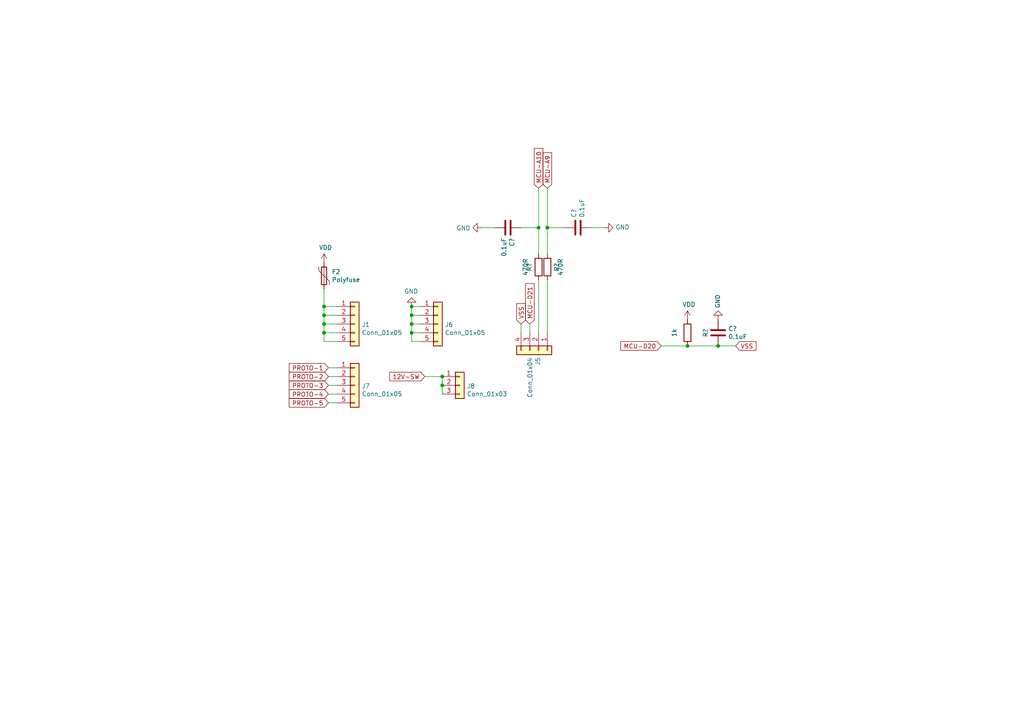
<source format=kicad_sch>
(kicad_sch (version 20250114) (generator "eeschema") (generator_version "9.0")
  (paper "A4")
  (title_block (title "0.4") (date "2021-03-27") (rev "4d") (company "Speeduino"))
  (lib_symbols
    (symbol "Connector_Generic:Conn_01x03" (pin_names (offset 1.016) (hide yes))
      (property "Reference" "J" (at 0 5.08 0))
      (property "Value" "Conn_01x03" (at 0 -5.08 0))
      (symbol "Conn_01x03_1_1"
        (rectangle (start -1.27 3.81) (end 1.27 -3.81) (stroke (width 0.254)) (fill (type background)))
        (rectangle (start -1.27 2.667) (end 0 2.413) (stroke (width 0.1524)))
        (rectangle (start -1.27 0.127) (end 0 -0.127) (stroke (width 0.1524)))
        (rectangle (start -1.27 -2.413) (end 0 -2.667) (stroke (width 0.1524)))
        (pin passive line (at -5.08 2.54 0) (length 3.81) (name "Pin_1") (number "1"))
        (pin passive line (at -5.08 0 0) (length 3.81) (name "Pin_2") (number "2"))
        (pin passive line (at -5.08 -2.54 0) (length 3.81) (name "Pin_3") (number "3"))
      )
    )
    (symbol "Connector_Generic:Conn_01x04" (pin_names (offset 1.016) (hide yes))
      (property "Reference" "J" (at 0 5.08 0))
      (property "Value" "Conn_01x04" (at 0 -7.62 0))
      (symbol "Conn_01x04_1_1"
        (rectangle (start -1.27 3.81) (end 1.27 -6.35) (stroke (width 0.254)) (fill (type background)))
        (rectangle (start -1.27 2.667) (end 0 2.413) (stroke (width 0.1524)))
        (rectangle (start -1.27 0.127) (end 0 -0.127) (stroke (width 0.1524)))
        (rectangle (start -1.27 -2.413) (end 0 -2.667) (stroke (width 0.1524)))
        (rectangle (start -1.27 -4.953) (end 0 -5.207) (stroke (width 0.1524)))
        (pin passive line (at -5.08 2.54 0) (length 3.81) (name "Pin_1") (number "1"))
        (pin passive line (at -5.08 0 0) (length 3.81) (name "Pin_2") (number "2"))
        (pin passive line (at -5.08 -2.54 0) (length 3.81) (name "Pin_3") (number "3"))
        (pin passive line (at -5.08 -5.08 0) (length 3.81) (name "Pin_4") (number "4"))
      )
    )
    (symbol "Connector_Generic:Conn_01x05" (pin_names (offset 1.016) (hide yes))
      (property "Reference" "J" (at 0 7.62 0))
      (property "Value" "Conn_01x05" (at 0 -7.62 0))
      (symbol "Conn_01x05_1_1"
        (rectangle (start -1.27 6.35) (end 1.27 -6.35) (stroke (width 0.254)) (fill (type background)))
        (rectangle (start -1.27 5.207) (end 0 4.953) (stroke (width 0.1524)))
        (rectangle (start -1.27 2.667) (end 0 2.413) (stroke (width 0.1524)))
        (rectangle (start -1.27 0.127) (end 0 -0.127) (stroke (width 0.1524)))
        (rectangle (start -1.27 -2.413) (end 0 -2.667) (stroke (width 0.1524)))
        (rectangle (start -1.27 -4.953) (end 0 -5.207) (stroke (width 0.1524)))
        (pin passive line (at -5.08 5.08 0) (length 3.81) (name "Pin_1") (number "1"))
        (pin passive line (at -5.08 2.54 0) (length 3.81) (name "Pin_2") (number "2"))
        (pin passive line (at -5.08 0 0) (length 3.81) (name "Pin_3") (number "3"))
        (pin passive line (at -5.08 -2.54 0) (length 3.81) (name "Pin_4") (number "4"))
        (pin passive line (at -5.08 -5.08 0) (length 3.81) (name "Pin_5") (number "5"))
      )
    )
    (symbol "Device:C" (pin_numbers (hide yes)) (pin_names (offset 0.254))
      (property "Reference" "C" (at 0.635 2.54 0))
      (property "Value" "C" (at 0.635 -2.54 0))
      (symbol "C_0_1"
        (polyline (pts (xy -2.032 0.762) (xy 2.032 0.762)) (stroke (width 0.508)))
        (polyline (pts (xy -2.032 -0.762) (xy 2.032 -0.762)) (stroke (width 0.508)))
      )
      (symbol "C_1_1"
        (pin passive line (at 0 3.81 270) (length 2.794) (name "~") (number "1"))
        (pin passive line (at 0 -3.81 90) (length 2.794) (name "~") (number "2"))
      )
    )
    (symbol "Device:Polyfuse" (pin_numbers (hide yes)) (pin_names (offset 0))
      (property "Reference" "F" (at -2.54 0 90))
      (property "Value" "Polyfuse" (at 2.54 0 90))
      (symbol "Polyfuse_0_1"
        (polyline (pts (xy -1.524 2.54) (xy -1.524 1.524) (xy 1.524 -1.524) (xy 1.524 -2.54)))
        (rectangle (start -0.762 2.54) (end 0.762 -2.54) (stroke (width 0.254)))
        (polyline (pts (xy 0 2.54) (xy 0 -2.54)))
      )
      (symbol "Polyfuse_1_1"
        (pin passive line (at 0 3.81 270) (length 1.27) (name "~") (number "1"))
        (pin passive line (at 0 -3.81 90) (length 1.27) (name "~") (number "2"))
      )
    )
    (symbol "Device:R" (pin_numbers (hide yes)) (pin_names (offset 0))
      (property "Reference" "R" (at 2.032 0 90))
      (property "Value" "R" (at 0 0 90))
      (symbol "R_0_1"
        (rectangle (start -1.016 -2.54) (end 1.016 2.54) (stroke (width 0.254)))
      )
      (symbol "R_1_1"
        (pin passive line (at 0 3.81 270) (length 1.27) (name "~") (number "1"))
        (pin passive line (at 0 -3.81 90) (length 1.27) (name "~") (number "2"))
      )
    )
    (symbol "power:GND" (power) (pin_numbers (hide yes)) (pin_names (offset 0) (hide yes))
      (property "Value" "GND" (at 0 -3.81 0))
      (symbol "GND_0_1"
        (polyline (pts (xy 0 0) (xy 0 -1.27) (xy 1.27 -1.27) (xy 0 -2.54) (xy -1.27 -1.27) (xy 0 -1.27)))
      )
      (symbol "GND_1_1"
        (pin power_in line (at 0 0 270) (length 0) (name "~") (number "1"))
      )
    )
    (symbol "power:VDD" (power) (pin_numbers (hide yes)) (pin_names (offset 0) (hide yes))
      (property "Value" "VDD" (at 0 3.556 0))
      (symbol "VDD_0_1"
        (polyline (pts (xy -0.762 1.27) (xy 0 2.54)))
        (polyline (pts (xy 0 2.54) (xy 0.762 1.27)))
        (polyline (pts (xy 0 0) (xy 0 2.54)))
      )
      (symbol "VDD_1_1"
        (pin power_in line (at 0 0 90) (length 0) (name "~") (number "1"))
      )
    )
  )
  (junction (at 119.38 88.9))
  (junction (at 156.21 66.04))
  (junction (at 158.75 66.04))
  (junction (at 119.38 93.98))
  (junction (at 119.38 91.44))
  (junction (at 199.39 100.33))
  (junction (at 93.98 96.52))
  (junction (at 119.38 96.52))
  (junction (at 93.98 91.44))
  (junction (at 128.27 111.76))
  (junction (at 93.98 93.98))
  (junction (at 208.28 100.33))
  (junction (at 93.98 88.9))
  (junction (at 128.27 109.22))
  (wire (pts (xy 93.98 88.9) (xy 93.98 91.44)))
  (wire (pts (xy 153.67 93.98) (xy 153.67 96.52)))
  (wire (pts (xy 119.38 93.98) (xy 121.92 93.98)))
  (wire (pts (xy 158.75 54.61) (xy 158.75 66.04)))
  (wire (pts (xy 213.36 100.33) (xy 208.28 100.33)))
  (wire (pts (xy 97.79 88.9) (xy 93.98 88.9)))
  (wire (pts (xy 119.38 88.9) (xy 121.92 88.9)))
  (wire (pts (xy 93.98 93.98) (xy 97.79 93.98)))
  (wire (pts (xy 151.13 66.04) (xy 156.21 66.04)))
  (wire (pts (xy 119.38 99.06) (xy 121.92 99.06)))
  (wire (pts (xy 158.75 81.28) (xy 158.75 96.52)))
  (wire (pts (xy 119.38 88.9) (xy 119.38 91.44)))
  (wire (pts (xy 97.79 96.52) (xy 93.98 96.52)))
  (wire (pts (xy 93.98 96.52) (xy 93.98 99.06)))
  (wire (pts (xy 199.39 100.33) (xy 191.77 100.33)))
  (wire (pts (xy 123.19 109.22) (xy 128.27 109.22)))
  (wire (pts (xy 158.75 66.04) (xy 158.75 73.66)))
  (wire (pts (xy 119.38 91.44) (xy 121.92 91.44)))
  (wire (pts (xy 119.38 96.52) (xy 121.92 96.52)))
  (wire (pts (xy 97.79 114.3) (xy 95.25 114.3)))
  (wire (pts (xy 119.38 91.44) (xy 119.38 93.98)))
  (wire (pts (xy 128.27 109.22) (xy 128.27 111.76)))
  (wire (pts (xy 97.79 99.06) (xy 93.98 99.06)))
  (wire (pts (xy 97.79 91.44) (xy 93.98 91.44)))
  (wire (pts (xy 93.98 91.44) (xy 93.98 93.98)))
  (wire (pts (xy 93.98 83.82) (xy 93.98 88.9)))
  (wire (pts (xy 163.83 66.04) (xy 158.75 66.04)))
  (wire (pts (xy 171.45 66.04) (xy 175.26 66.04)))
  (wire (pts (xy 95.25 116.84) (xy 97.79 116.84)))
  (wire (pts (xy 95.25 111.76) (xy 97.79 111.76)))
  (wire (pts (xy 143.51 66.04) (xy 139.7 66.04)))
  (wire (pts (xy 119.38 96.52) (xy 119.38 99.06)))
  (wire (pts (xy 95.25 106.68) (xy 97.79 106.68)))
  (wire (pts (xy 93.98 96.52) (xy 93.98 93.98)))
  (wire (pts (xy 208.28 100.33) (xy 199.39 100.33)))
  (wire (pts (xy 151.13 93.98) (xy 151.13 96.52)))
  (wire (pts (xy 97.79 109.22) (xy 95.25 109.22)))
  (wire (pts (xy 156.21 66.04) (xy 156.21 73.66)))
  (wire (pts (xy 156.21 81.28) (xy 156.21 96.52)))
  (wire (pts (xy 156.21 54.61) (xy 156.21 66.04)))
  (wire (pts (xy 119.38 93.98) (xy 119.38 96.52)))
  (wire (pts (xy 128.27 111.76) (xy 128.27 114.3)))
  (global_label "PROTO-5" (shape input) (at 95.25 116.84 180) (property "Intersheetrefs" "${INTERSHEET_REFS}" (effects (hide yes))))
  (global_label "MCU-A9" (shape input) (at 158.75 54.61 90) (property "Intersheetrefs" "${INTERSHEET_REFS}" (effects (hide yes))))
  (global_label "MCU-D21" (shape input) (at 153.67 93.98 90) (property "Intersheetrefs" "${INTERSHEET_REFS}" (effects (hide yes))))
  (global_label "MCU-D20" (shape input) (at 191.77 100.33 180) (property "Intersheetrefs" "${INTERSHEET_REFS}" (effects (hide yes))))
  (global_label "PROTO-2" (shape input) (at 95.25 109.22 180) (property "Intersheetrefs" "${INTERSHEET_REFS}" (effects (hide yes))))
  (global_label "MCU-A10" (shape input) (at 156.21 54.61 90) (property "Intersheetrefs" "${INTERSHEET_REFS}" (effects (hide yes))))
  (global_label "PROTO-3" (shape input) (at 95.25 111.76 180) (property "Intersheetrefs" "${INTERSHEET_REFS}" (effects (hide yes))))
  (global_label "PROTO-1" (shape input) (at 95.25 106.68 180) (property "Intersheetrefs" "${INTERSHEET_REFS}" (effects (hide yes))))
  (global_label "VSS" (shape input) (at 213.36 100.33 0) (property "Intersheetrefs" "${INTERSHEET_REFS}" (effects (hide yes))))
  (global_label "VSS" (shape input) (at 151.13 93.98 90) (property "Intersheetrefs" "${INTERSHEET_REFS}" (effects (hide yes))))
  (global_label "12V-SW" (shape input) (at 123.19 109.22 180) (property "Intersheetrefs" "${INTERSHEET_REFS}" (effects (hide yes))))
  (global_label "PROTO-4" (shape input) (at 95.25 114.3 180) (property "Intersheetrefs" "${INTERSHEET_REFS}" (effects (hide yes))))
  (symbol (lib_id "Connector_Generic:Conn_01x05") (at 102.87 93.98 0) (unit 1)
    (property "Reference" "J1" (at 104.902 94.1832 0) (effects (justify left)))
    (property "Value" "Conn_01x05" (at 104.902 96.4946 0) (effects (justify left)))
    (property "Footprint" "Connector_PinHeader_2.54mm:PinHeader_1x05_P2.54mm_Vertical" (effects (hide yes)))
  )
  (symbol (lib_id "Connector_Generic:Conn_01x05") (at 127 93.98 0) (unit 1)
    (property "Reference" "J6" (at 129.032 94.1832 0) (effects (justify left)))
    (property "Value" "Conn_01x05" (at 129.032 96.4946 0) (effects (justify left)))
    (property "Footprint" "Connector_PinHeader_2.54mm:PinHeader_1x05_P2.54mm_Vertical" (effects (hide yes)))
  )
  (symbol (lib_id "power:GND") (at 119.38 88.9 180) (unit 1)
    (property "Reference" "#PWR072" (effects (hide yes)))
    (property "Value" "GND" (at 119.253 84.5058 0))
  )
  (symbol (lib_id "Connector_Generic:Conn_01x04") (at 156.21 101.6 270) (unit 1)
    (property "Reference" "J5" (at 156.0068 103.632 0) (effects (justify left)))
    (property "Value" "Conn_01x04" (at 153.6954 103.632 0) (effects (justify left)))
    (property "Footprint" "Connector_PinHeader_2.54mm:PinHeader_1x04_P2.54mm_Vertical" (effects (hide yes)))
  )
  (symbol (lib_id "Device:R") (at 158.75 77.47 0) (unit 1)
    (property "Reference" "R63" (at 153.4922 77.47 90))
    (property "Value" "470R" (at 162.56 77.47 90))
    (property "Footprint" "Resistor_SMD:R_0805_2012Metric" (effects (hide yes)))
    (property "Manufacturer_Name" "Panasonic" (effects (hide yes)))
    (property "Manufacturer_Part_Number" "ERJ-6ENF4700V" (effects (hide yes)))
    (property "URL" "https://www.digikey.com/product-detail/en/panasonic-electronic-components/ERJ-6ENF4700V/P470CCT-ND/1746871" (effects (hide yes)))
    (property "Digikey Part Number" "P470CCT-ND" (effects (hide yes)))
    (instances (project "" (path "" (reference "R?") (unit 1)) (path "" (reference "R63") (unit 1))))
  )
  (symbol (lib_id "Device:C") (at 167.64 66.04 90) (unit 1)
    (property "Reference" "C23" (at 166.4716 63.119 0) (effects (justify left)))
    (property "Value" "0.1uF" (at 168.783 63.119 0) (effects (justify left)))
    (property "Footprint" "Capacitor_SMD:C_0805_2012Metric" (effects (hide yes)))
    (property "Digikey Part Number" "311-1140-1-ND" (effects (hide yes)))
    (property "Manufacturer_Name" "Yageo" (effects (hide yes)))
    (property "Manufacturer_Part_Number" "CC0805KRX7R9BB104" (effects (hide yes)))
    (property "URL" "https://www.digikey.com.au/product-detail/en/yageo/CC0805KRX7R9BB104/311-1140-1-ND/303050" (effects (hide yes)))
    (instances (project "" (path "" (reference "C?") (unit 1)) (path "" (reference "C23") (unit 1))))
  )
  (symbol (lib_id "Device:R") (at 156.21 77.47 180) (unit 1)
    (property "Reference" "R62" (at 161.4678 77.47 90))
    (property "Value" "470R" (at 152.4 77.47 90))
    (property "Footprint" "Resistor_SMD:R_0805_2012Metric" (effects (hide yes)))
    (property "Manufacturer_Name" "Panasonic" (effects (hide yes)))
    (property "Manufacturer_Part_Number" "ERJ-6ENF4700V" (effects (hide yes)))
    (property "URL" "https://www.digikey.com/product-detail/en/panasonic-electronic-components/ERJ-6ENF4700V/P470CCT-ND/1746871" (effects (hide yes)))
    (property "Digikey Part Number" "P470CCT-ND" (effects (hide yes)))
    (instances (project "" (path "" (reference "R?") (unit 1)) (path "" (reference "R62") (unit 1))))
  )
  (symbol (lib_id "Device:C") (at 147.32 66.04 270) (unit 1)
    (property "Reference" "C22" (at 148.4884 68.961 0) (effects (justify left)))
    (property "Value" "0.1uF" (at 146.177 68.961 0) (effects (justify left)))
    (property "Footprint" "Capacitor_SMD:C_0805_2012Metric" (effects (hide yes)))
    (property "Digikey Part Number" "311-1140-1-ND" (effects (hide yes)))
    (property "Manufacturer_Name" "Yageo" (effects (hide yes)))
    (property "Manufacturer_Part_Number" "CC0805KRX7R9BB104" (effects (hide yes)))
    (property "URL" "https://www.digikey.com.au/product-detail/en/yageo/CC0805KRX7R9BB104/311-1140-1-ND/303050" (effects (hide yes)))
    (instances (project "" (path "" (reference "C?") (unit 1)) (path "" (reference "C22") (unit 1))))
  )
  (symbol (lib_id "power:GND") (at 139.7 66.04 270) (unit 1)
    (property "Reference" "#PWR073" (effects (hide yes)))
    (property "Value" "GND" (at 136.4488 66.167 90) (effects (justify right)))
  )
  (symbol (lib_id "power:GND") (at 175.26 66.04 90) (unit 1)
    (property "Reference" "#PWR074" (effects (hide yes)))
    (property "Value" "GND" (at 178.5112 65.913 90) (effects (justify right)))
  )
  (symbol (lib_id "Connector_Generic:Conn_01x05") (at 102.87 111.76 0) (unit 1)
    (property "Reference" "J7" (at 104.902 111.9632 0) (effects (justify left)))
    (property "Value" "Conn_01x05" (at 104.902 114.2746 0) (effects (justify left)))
    (property "Footprint" "Connector_PinHeader_2.54mm:PinHeader_1x05_P2.54mm_Vertical" (effects (hide yes)))
  )
  (symbol (lib_id "Connector_Generic:Conn_01x03") (at 133.35 111.76 0) (unit 1)
    (property "Reference" "J8" (at 135.382 111.9632 0) (effects (justify left)))
    (property "Value" "Conn_01x03" (at 135.382 114.2746 0) (effects (justify left)))
    (property "Footprint" "Connector_PinHeader_2.54mm:PinHeader_1x03_P2.54mm_Vertical" (effects (hide yes)))
    (property "Sim.Device" "SPICE" (effects (hide yes)))
    (property "Sim.Params" "type=\"J\" model=\"Conn_01x03\" lib=\"\"" (effects (hide yes)))
    (property "Sim.Pins" "1=1 2=2 3=3" (effects (hide yes)))
  )
  (symbol (lib_id "Device:Polyfuse") (at 93.98 80.01 0) (unit 1)
    (property "Reference" "F2" (at 96.2152 78.8416 0) (effects (justify left)))
    (property "Value" "Polyfuse" (at 96.2152 81.153 0) (effects (justify left)))
    (property "Footprint" "Fuse:Fuse_1812_4532Metric" (effects (hide yes)))
    (property "Digikey Part Number" "507-1361-1-ND" (effects (hide yes)))
    (property "Manufacturer_Name" "Bel Fuse" (effects (hide yes)))
    (property "Manufacturer_Part_Number" "0ZCC0050FF2C" (effects (hide yes)))
    (property "URL" "https://www.digikey.com.au/product-detail/en/bel-fuse-inc/0ZCC0050FF2C/507-1361-1-ND/1560228" (effects (hide yes)))
  )
  (symbol (lib_id "power:VDD") (at 93.98 76.2 0) (unit 1)
    (property "Reference" "#PWR0120" (effects (hide yes)))
    (property "Value" "VDD" (at 94.4118 71.8058 0))
  )
  (symbol (lib_id "Device:R") (at 199.39 96.52 180) (unit 1)
    (property "Reference" "R54" (at 204.6478 96.52 90))
    (property "Value" "1k" (at 195.58 96.52 90))
    (property "Footprint" "Resistor_SMD:R_0805_2012Metric" (effects (hide yes)))
    (property "Manufacturer_Name" "Yageo" (effects (hide yes)))
    (property "Manufacturer_Part_Number" "RC0805FR-071KL" (effects (hide yes)))
    (property "Digikey Part Number" "311-1.00KCRCT-ND" (effects (hide yes)))
    (instances (project "" (path "" (reference "R?") (unit 1)) (path "" (reference "R54") (unit 1))))
  )
  (symbol (lib_id "Device:C") (at 208.28 96.52 0) (unit 1)
    (property "Reference" "C28" (at 211.201 95.3516 0) (effects (justify left)))
    (property "Value" "0.1uF" (at 211.201 97.663 0) (effects (justify left)))
    (property "Footprint" "Capacitor_SMD:C_0805_2012Metric" (effects (hide yes)))
    (property "Digikey Part Number" "311-1140-1-ND" (effects (hide yes)))
    (property "Manufacturer_Name" "Yageo" (effects (hide yes)))
    (property "Manufacturer_Part_Number" "CC0805KRX7R9BB104" (effects (hide yes)))
    (property "URL" "https://www.digikey.com.au/product-detail/en/yageo/CC0805KRX7R9BB104/311-1140-1-ND/303050" (effects (hide yes)))
    (instances (project "" (path "" (reference "C?") (unit 1)) (path "" (reference "C28") (unit 1))))
  )
  (symbol (lib_id "power:GND") (at 208.28 92.71 180) (unit 1)
    (property "Reference" "#PWR0121" (effects (hide yes)))
    (property "Value" "GND" (at 208.153 89.4588 90) (effects (justify right)))
  )
  (symbol (lib_id "power:VDD") (at 199.39 92.71 0) (unit 1)
    (property "Reference" "#PWR0122" (effects (hide yes)))
    (property "Value" "VDD" (at 199.8218 88.3158 0))
  )
)
</source>
